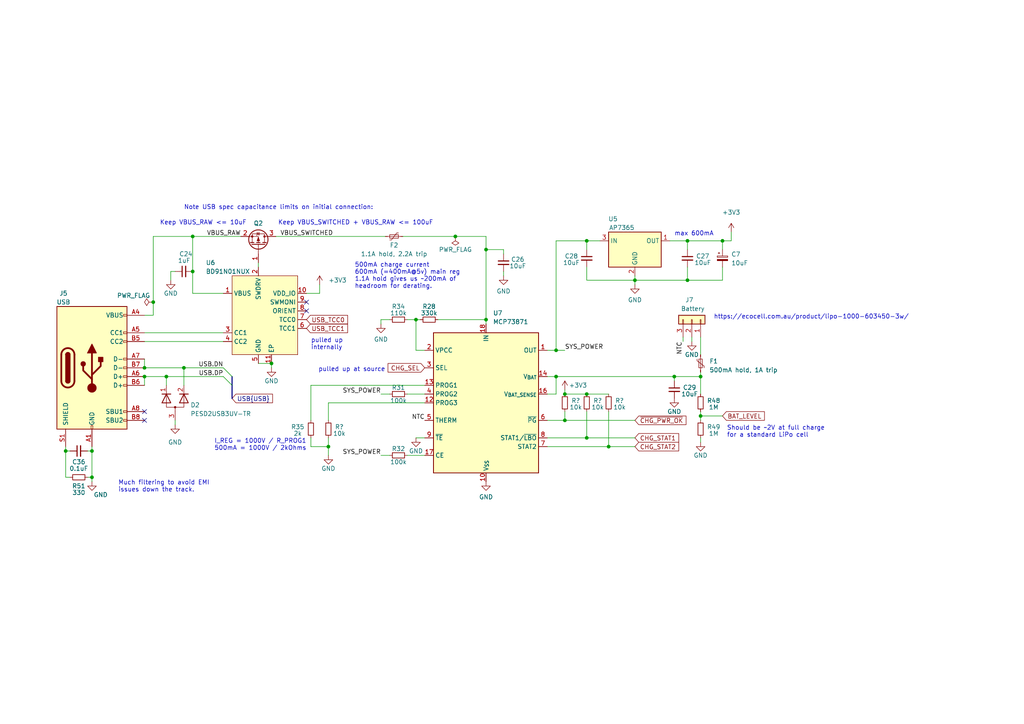
<source format=kicad_sch>
(kicad_sch (version 20230121) (generator eeschema)
  (paper "A4")
  (title_block (date "2022-09-04") (rev "1"))
  (lib_symbols
    (symbol "Battery_Management:MCP73871"
      (property "Reference" "U" (at -7.62 24.13 0))
      (property "Value" "MCP73871" (at -15.24 21.59 0))
      (symbol "MCP73871_0_1"
        (rectangle (start -15.24 20.32) (end 15.24 -20.32) (stroke (width 0.254)) (fill (type background)))
      )
      (symbol "MCP73871_1_1"
        (pin power_out line (at 17.78 15.24 180) (length 2.54) (name "OUT") (number "1"))
        (pin power_in line (at 0 -22.86 90) (length 2.54) (name "V_{SS}") (number "10"))
        (pin passive line (at 0 -22.86 90) (length 2.54) hide (name "V_{SS}") (number "11"))
        (pin bidirectional line (at -17.78 0 0) (length 2.54) (name "PROG3") (number "12"))
        (pin bidirectional line (at -17.78 5.08 0) (length 2.54) (name "PROG1") (number "13"))
        (pin power_out line (at 17.78 7.62 180) (length 2.54) (name "V_{BAT}") (number "14"))
        (pin passive line (at 17.78 7.62 180) (length 2.54) hide (name "V_{BAT}") (number "15"))
        (pin input line (at 17.78 2.54 180) (length 2.54) (name "V_{BAT_SENSE}") (number "16"))
        (pin input line (at -17.78 -15.24 0) (length 2.54) (name "CE") (number "17"))
        (pin power_in line (at 0 22.86 270) (length 2.54) (name "IN") (number "18"))
        (pin passive line (at 0 22.86 270) (length 2.54) hide (name "IN") (number "19"))
        (pin input line (at -17.78 15.24 0) (length 2.54) (name "VPCC") (number "2"))
        (pin passive line (at 17.78 15.24 180) (length 2.54) hide (name "OUT") (number "20"))
        (pin passive line (at 0 -22.86 90) (length 2.54) hide (name "V_{SS}") (number "21"))
        (pin input line (at -17.78 10.16 0) (length 2.54) (name "SEL") (number "3"))
        (pin input line (at -17.78 2.54 0) (length 2.54) (name "PROG2") (number "4"))
        (pin bidirectional line (at -17.78 -5.08 0) (length 2.54) (name "THERM") (number "5"))
        (pin open_collector line (at 17.78 -5.08 180) (length 2.54) (name "~{PG}") (number "6"))
        (pin open_collector line (at 17.78 -12.7 180) (length 2.54) (name "STAT2") (number "7"))
        (pin open_collector line (at 17.78 -10.16 180) (length 2.54) (name "STAT1/~{LBO}") (number "8"))
        (pin input line (at -17.78 -10.16 0) (length 2.54) (name "~{TE}") (number "9"))
      )
    )
    (symbol "Connector:USB_C_Receptacle_USB2.0" (pin_names (offset 1.016))
      (property "Reference" "J" (at -10.16 19.05 0))
      (property "Value" "USB_C_Receptacle_USB2.0" (at 19.05 19.05 0))
      (symbol "USB_C_Receptacle_USB2.0_0_0"
        (rectangle (start -0.254 -17.78) (end 0.254 -16.764))
        (rectangle (start 10.16 -14.986) (end 9.144 -15.494))
        (rectangle (start 10.16 -12.446) (end 9.144 -12.954))
        (rectangle (start 10.16 -4.826) (end 9.144 -5.334))
        (rectangle (start 10.16 -2.286) (end 9.144 -2.794))
        (rectangle (start 10.16 0.254) (end 9.144 -0.254))
        (rectangle (start 10.16 2.794) (end 9.144 2.286))
        (rectangle (start 10.16 7.874) (end 9.144 7.366))
        (rectangle (start 10.16 10.414) (end 9.144 9.906))
        (rectangle (start 10.16 15.494) (end 9.144 14.986))
      )
      (symbol "USB_C_Receptacle_USB2.0_0_1"
        (rectangle (start -10.16 17.78) (end 10.16 -17.78) (stroke (width 0.254)) (fill (type background)))
        (arc (start -8.89 -3.81) (mid -6.985 -5.7067) (end -5.08 -3.81) (stroke (width 0.508)))
        (arc (start -7.62 -3.81) (mid -6.985 -4.4423) (end -6.35 -3.81) (stroke (width 0.254)))
        (arc (start -7.62 -3.81) (mid -6.985 -4.4423) (end -6.35 -3.81) (stroke (width 0.254)) (fill (type outline)))
        (rectangle (start -7.62 -3.81) (end -6.35 3.81) (stroke (width 0.254)) (fill (type outline)))
        (arc (start -6.35 3.81) (mid -6.985 4.4423) (end -7.62 3.81) (stroke (width 0.254)))
        (arc (start -6.35 3.81) (mid -6.985 4.4423) (end -7.62 3.81) (stroke (width 0.254)) (fill (type outline)))
        (arc (start -5.08 3.81) (mid -6.985 5.7067) (end -8.89 3.81) (stroke (width 0.508)))
        (circle (center -2.54 1.143) (radius 0.635) (stroke (width 0.254)) (fill (type outline)))
        (circle (center 0 -5.842) (radius 1.27) (fill (type outline)))
        (polyline (pts (xy -8.89 -3.81) (xy -8.89 3.81)) (stroke (width 0.508)))
        (polyline (pts (xy -5.08 3.81) (xy -5.08 -3.81)) (stroke (width 0.508)))
        (polyline (pts (xy 0 -5.842) (xy 0 4.318)) (stroke (width 0.508)))
        (polyline (pts (xy 0 -3.302) (xy -2.54 -0.762) (xy -2.54 0.508)) (stroke (width 0.508)))
        (polyline (pts (xy 0 -2.032) (xy 2.54 0.508) (xy 2.54 1.778)) (stroke (width 0.508)))
        (polyline (pts (xy -1.27 4.318) (xy 0 6.858) (xy 1.27 4.318) (xy -1.27 4.318)) (stroke (width 0.254)) (fill (type outline)))
        (rectangle (start 1.905 1.778) (end 3.175 3.048) (stroke (width 0.254)) (fill (type outline)))
      )
      (symbol "USB_C_Receptacle_USB2.0_1_1"
        (pin passive line (at 0 -22.86 90) (length 5.08) (name "GND") (number "A1"))
        (pin passive line (at 0 -22.86 90) (length 5.08) hide (name "GND") (number "A12"))
        (pin passive line (at 15.24 15.24 180) (length 5.08) (name "VBUS") (number "A4"))
        (pin bidirectional line (at 15.24 10.16 180) (length 5.08) (name "CC1") (number "A5"))
        (pin bidirectional line (at 15.24 -2.54 180) (length 5.08) (name "D+") (number "A6"))
        (pin bidirectional line (at 15.24 2.54 180) (length 5.08) (name "D-") (number "A7"))
        (pin bidirectional line (at 15.24 -12.7 180) (length 5.08) (name "SBU1") (number "A8"))
        (pin passive line (at 15.24 15.24 180) (length 5.08) hide (name "VBUS") (number "A9"))
        (pin passive line (at 0 -22.86 90) (length 5.08) hide (name "GND") (number "B1"))
        (pin passive line (at 0 -22.86 90) (length 5.08) hide (name "GND") (number "B12"))
        (pin passive line (at 15.24 15.24 180) (length 5.08) hide (name "VBUS") (number "B4"))
        (pin bidirectional line (at 15.24 7.62 180) (length 5.08) (name "CC2") (number "B5"))
        (pin bidirectional line (at 15.24 -5.08 180) (length 5.08) (name "D+") (number "B6"))
        (pin bidirectional line (at 15.24 0 180) (length 5.08) (name "D-") (number "B7"))
        (pin bidirectional line (at 15.24 -15.24 180) (length 5.08) (name "SBU2") (number "B8"))
        (pin passive line (at 15.24 15.24 180) (length 5.08) hide (name "VBUS") (number "B9"))
        (pin passive line (at -7.62 -22.86 90) (length 5.08) (name "SHIELD") (number "S1"))
      )
    )
    (symbol "Connector_Generic:Conn_01x03" (pin_names (offset 1.016) hide)
      (property "Reference" "J" (at 0 5.08 0))
      (property "Value" "Conn_01x03" (at 0 -5.08 0))
      (symbol "Conn_01x03_1_1"
        (rectangle (start -1.27 -2.413) (end 0 -2.667) (stroke (width 0.1524)))
        (rectangle (start -1.27 0.127) (end 0 -0.127) (stroke (width 0.1524)))
        (rectangle (start -1.27 2.667) (end 0 2.413) (stroke (width 0.1524)))
        (rectangle (start -1.27 3.81) (end 1.27 -3.81) (stroke (width 0.254)) (fill (type background)))
        (pin passive line (at -5.08 2.54 0) (length 3.81) (name "Pin_1") (number "1"))
        (pin passive line (at -5.08 0 0) (length 3.81) (name "Pin_2") (number "2"))
        (pin passive line (at -5.08 -2.54 0) (length 3.81) (name "Pin_3") (number "3"))
      )
    )
    (symbol "Device:C_Polarized_Small" (pin_numbers hide) (pin_names (offset 0.254) hide)
      (property "Reference" "C" (at 0.254 1.778 0))
      (property "Value" "C_Polarized_Small" (at 0.254 -2.032 0))
      (symbol "C_Polarized_Small_0_1"
        (rectangle (start -1.524 -0.3048) (end 1.524 -0.6858) (fill (type outline)))
        (rectangle (start -1.524 0.6858) (end 1.524 0.3048))
        (polyline (pts (xy -1.27 1.524) (xy -0.762 1.524)))
        (polyline (pts (xy -1.016 1.27) (xy -1.016 1.778)))
      )
      (symbol "C_Polarized_Small_1_1"
        (pin passive line (at 0 2.54 270) (length 1.8542) (name "~") (number "1"))
        (pin passive line (at 0 -2.54 90) (length 1.8542) (name "~") (number "2"))
      )
    )
    (symbol "Device:C_Small" (pin_numbers hide) (pin_names (offset 0.254) hide)
      (property "Reference" "C" (at 0.254 1.778 0))
      (property "Value" "C_Small" (at 0.254 -2.032 0))
      (symbol "C_Small_0_1"
        (polyline (pts (xy -1.524 -0.508) (xy 1.524 -0.508)) (stroke (width 0.3302)))
        (polyline (pts (xy -1.524 0.508) (xy 1.524 0.508)) (stroke (width 0.3048)))
      )
      (symbol "C_Small_1_1"
        (pin passive line (at 0 2.54 270) (length 2.032) (name "~") (number "1"))
        (pin passive line (at 0 -2.54 90) (length 2.032) (name "~") (number "2"))
      )
    )
    (symbol "Device:D_Dual_CommonAnode_KKA_Parallel" (pin_names (offset 0.762) hide)
      (property "Reference" "D" (at 0 5.08 0))
      (property "Value" "D_Dual_CommonAnode_KKA_Parallel" (at 0 -5.08 0))
      (symbol "D_Dual_CommonAnode_KKA_Parallel_0_0"
        (polyline (pts (xy 2.54 -3.81) (xy 2.54 -1.27)) (stroke (width 0.254)))
        (polyline (pts (xy 2.54 1.27) (xy 2.54 3.81)) (stroke (width 0.254)))
      )
      (symbol "D_Dual_CommonAnode_KKA_Parallel_0_1"
        (circle (center -1.27 0) (radius 0.254) (fill (type outline)))
        (polyline (pts (xy -1.27 0) (xy -2.54 0)))
        (polyline (pts (xy 2.54 2.54) (xy -1.27 2.54) (xy -1.27 -2.54) (xy 2.54 -2.54)))
        (polyline (pts (xy 0 -1.27) (xy 2.54 -2.54) (xy 0 -3.81) (xy 0 -1.27) (xy 0 -1.27) (xy 0 -1.27)) (stroke (width 0.254)))
        (polyline (pts (xy 0 3.81) (xy 2.54 2.54) (xy 0 1.27) (xy 0 3.81) (xy 0 3.81) (xy 0 3.81)) (stroke (width 0.254)))
        (pin passive line (at 5.08 2.54 180) (length 2.54) (name "K") (number "1"))
        (pin passive line (at 5.08 -2.54 180) (length 2.54) (name "K") (number "2"))
        (pin passive line (at -5.08 0 0) (length 2.54) (name "A") (number "3"))
      )
    )
    (symbol "Device:Polyfuse_Small" (pin_numbers hide) (pin_names (offset 0))
      (property "Reference" "F" (at -1.905 0 90))
      (property "Value" "Polyfuse_Small" (at 1.905 0 90))
      (symbol "Polyfuse_Small_0_1"
        (rectangle (start -0.508 1.27) (end 0.508 -1.27))
        (polyline (pts (xy 0 2.54) (xy 0 -2.54)))
        (polyline (pts (xy -1.016 1.27) (xy -1.016 0.762) (xy 1.016 -0.762) (xy 1.016 -1.27)))
      )
      (symbol "Polyfuse_Small_1_1"
        (pin passive line (at 0 2.54 270) (length 0.635) (name "~") (number "1"))
        (pin passive line (at 0 -2.54 90) (length 0.635) (name "~") (number "2"))
      )
    )
    (symbol "Device:Q_PMOS_GSD" (pin_names (offset 0) hide)
      (property "Reference" "Q" (at 5.08 1.27 0))
      (property "Value" "Q_PMOS_GSD" (at 5.08 -1.27 0))
      (symbol "Q_PMOS_GSD_0_1"
        (polyline (pts (xy 0.254 0) (xy -2.54 0)))
        (polyline (pts (xy 0.254 1.905) (xy 0.254 -1.905)) (stroke (width 0.254)))
        (polyline (pts (xy 0.762 -1.27) (xy 0.762 -2.286)) (stroke (width 0.254)))
        (polyline (pts (xy 0.762 0.508) (xy 0.762 -0.508)) (stroke (width 0.254)))
        (polyline (pts (xy 0.762 2.286) (xy 0.762 1.27)) (stroke (width 0.254)))
        (polyline (pts (xy 2.54 2.54) (xy 2.54 1.778)))
        (polyline (pts (xy 2.54 -2.54) (xy 2.54 0) (xy 0.762 0)))
        (polyline (pts (xy 0.762 1.778) (xy 3.302 1.778) (xy 3.302 -1.778) (xy 0.762 -1.778)))
        (polyline (pts (xy 2.286 0) (xy 1.27 0.381) (xy 1.27 -0.381) (xy 2.286 0)) (fill (type outline)))
        (polyline (pts (xy 2.794 -0.508) (xy 2.921 -0.381) (xy 3.683 -0.381) (xy 3.81 -0.254)))
        (polyline (pts (xy 3.302 -0.381) (xy 2.921 0.254) (xy 3.683 0.254) (xy 3.302 -0.381)))
        (circle (center 1.651 0) (radius 2.794) (stroke (width 0.254)))
        (circle (center 2.54 -1.778) (radius 0.254) (fill (type outline)))
        (circle (center 2.54 1.778) (radius 0.254) (fill (type outline)))
      )
      (symbol "Q_PMOS_GSD_1_1"
        (pin input line (at -5.08 0 0) (length 2.54) (name "G") (number "1"))
        (pin passive line (at 2.54 -5.08 90) (length 2.54) (name "S") (number "2"))
        (pin passive line (at 2.54 5.08 270) (length 2.54) (name "D") (number "3"))
      )
    )
    (symbol "Device:R_Small" (pin_numbers hide) (pin_names (offset 0.254) hide)
      (property "Reference" "R" (at 0.762 0.508 0))
      (property "Value" "R_Small" (at 0.762 -1.016 0))
      (symbol "R_Small_0_1"
        (rectangle (start -0.762 1.778) (end 0.762 -1.778) (stroke (width 0.2032)))
      )
      (symbol "R_Small_1_1"
        (pin passive line (at 0 2.54 270) (length 0.762) (name "~") (number "1"))
        (pin passive line (at 0 -2.54 90) (length 0.762) (name "~") (number "2"))
      )
    )
    (symbol "power:+3V3" (power) (pin_names (offset 0))
      (property "Value" "+3V3" (at 0 3.556 0))
      (symbol "+3V3_0_1"
        (polyline (pts (xy -0.762 1.27) (xy 0 2.54)))
        (polyline (pts (xy 0 0) (xy 0 2.54)))
        (polyline (pts (xy 0 2.54) (xy 0.762 1.27)))
      )
      (symbol "+3V3_1_1"
        (pin power_in line (at 0 0 90) (length 0) hide (name "+3V3") (number "1"))
      )
    )
    (symbol "power:GND" (power) (pin_names (offset 0))
      (property "Value" "GND" (at 0 -3.81 0))
      (symbol "GND_0_1"
        (polyline (pts (xy 0 0) (xy 0 -1.27) (xy 1.27 -1.27) (xy 0 -2.54) (xy -1.27 -1.27) (xy 0 -1.27)))
      )
      (symbol "GND_1_1"
        (pin power_in line (at 0 0 270) (length 0) hide (name "GND") (number "1"))
      )
    )
    (symbol "power:PWR_FLAG" (power) (pin_numbers hide) (pin_names (offset 0) hide)
      (property "Value" "PWR_FLAG" (at 0 3.81 0))
      (symbol "PWR_FLAG_0_0"
        (pin power_out line (at 0 0 90) (length 0) (name "pwr") (number "1"))
      )
      (symbol "PWR_FLAG_0_1"
        (polyline (pts (xy 0 0) (xy 0 1.27) (xy -1.016 1.905) (xy 0 2.54) (xy 1.016 1.905) (xy 0 1.27)))
      )
    )
    (symbol "symbols:AP7365"
      (property "Reference" "U" (at 0 0 0))
      (symbol "AP7365_1_1"
        (rectangle (start -7.62 3.81) (end 7.62 -6.35) (stroke (width 0.254)) (fill (type background)))
        (pin power_out line (at 10.16 1.27 180) (length 2.54) (name "OUT") (number "1"))
        (pin power_in line (at 0 -8.89 90) (length 2.54) (name "GND") (number "2"))
        (pin power_in line (at -10.16 1.27 0) (length 2.54) (name "IN") (number "3"))
      )
    )
    (symbol "symbols:BD91N01NUX"
      (property "Reference" "U" (at 0 13.97 0))
      (property "Value" "BD91N01NUX" (at 5.08 16.51 0))
      (symbol "BD91N01NUX_0_1"
        (rectangle (start -12.7 12.7) (end 6.35 -10.16) (fill (type background)))
      )
      (symbol "BD91N01NUX_1_1"
        (pin power_in line (at -15.24 7.62 0) (length 2.54) (name "VBUS") (number "1"))
        (pin power_in line (at 8.89 7.62 180) (length 2.54) (name "VDD_IO") (number "10"))
        (pin power_in line (at -1.27 -12.7 90) (length 2.54) (name "EP") (number "11"))
        (pin output line (at -5.08 15.24 270) (length 2.54) (name "SWDRV") (number "2"))
        (pin input line (at -15.24 -3.81 0) (length 2.54) (name "CC1") (number "3"))
        (pin input line (at -15.24 -6.35 0) (length 2.54) (name "CC2") (number "4"))
        (pin power_in line (at -5.08 -12.7 90) (length 2.54) (name "GND") (number "5"))
        (pin output line (at 8.89 -2.54 180) (length 2.54) (name "TCC1") (number "6"))
        (pin output line (at 8.89 0 180) (length 2.54) (name "TCC0") (number "7"))
        (pin output line (at 8.89 2.54 180) (length 2.54) (name "ORIENT") (number "8"))
        (pin output line (at 8.89 5.08 180) (length 2.54) (name "SWMONI") (number "9"))
      )
    )
  )
  (junction (at 203.2 120.65))
  (junction (at 55.88 78.74))
  (junction (at 19.05 130.81))
  (junction (at 161.29 109.22))
  (junction (at 209.55 69.85))
  (junction (at 195.58 109.22))
  (junction (at 199.39 81.28))
  (junction (at 163.83 121.92))
  (junction (at 170.18 127))
  (junction (at 199.39 69.85))
  (junction (at 176.53 129.54))
  (junction (at 41.91 106.68))
  (junction (at 26.67 130.81))
  (junction (at 26.67 138.43))
  (junction (at 44.45 87.63))
  (junction (at 170.18 69.85))
  (junction (at 140.97 92.71))
  (junction (at 203.2 109.22))
  (junction (at 161.29 101.6))
  (junction (at 41.91 109.22))
  (junction (at 120.65 92.71))
  (junction (at 78.74 105.41))
  (junction (at 53.34 106.68))
  (junction (at 170.18 114.3))
  (junction (at 184.15 81.28))
  (junction (at 55.88 68.58))
  (junction (at 48.26 109.22))
  (junction (at 163.83 114.3))
  (junction (at 132.08 68.58))
  (junction (at 140.97 72.39))
  (junction (at 95.25 129.54))
  (no_connect (at 88.9 87.63))
  (no_connect (at 88.9 90.17))
  (no_connect (at 41.91 119.38))
  (no_connect (at 41.91 121.92))
  (bus_entry (at 64.77 106.68) (size 2.54 2.54))
  (bus_entry (at 64.77 109.22) (size 2.54 2.54))
  (wire (pts (xy 19.05 130.81) (xy 19.05 138.43)))
  (wire (pts (xy 55.88 85.09) (xy 55.88 78.74)))
  (wire (pts (xy 199.39 72.39) (xy 199.39 69.85)))
  (wire (pts (xy 110.49 132.08) (xy 113.03 132.08)))
  (wire (pts (xy 44.45 68.58) (xy 44.45 87.63)))
  (wire (pts (xy 161.29 69.85) (xy 170.18 69.85)))
  (wire (pts (xy 113.03 92.71) (xy 110.49 92.71)))
  (wire (pts (xy 50.8 123.19) (xy 50.8 121.92)))
  (wire (pts (xy 203.2 107.95) (xy 203.2 109.22)))
  (wire (pts (xy 199.39 81.28) (xy 184.15 81.28)))
  (wire (pts (xy 158.75 127) (xy 170.18 127)))
  (wire (pts (xy 127 92.71) (xy 140.97 92.71)))
  (wire (pts (xy 203.2 109.22) (xy 203.2 114.3)))
  (wire (pts (xy 120.65 101.6) (xy 120.65 92.71)))
  (wire (pts (xy 163.83 119.38) (xy 163.83 121.92)))
  (wire (pts (xy 26.67 129.54) (xy 26.67 130.81)))
  (wire (pts (xy 95.25 129.54) (xy 95.25 132.08)))
  (wire (pts (xy 123.19 101.6) (xy 120.65 101.6)))
  (wire (pts (xy 41.91 99.06) (xy 64.77 99.06)))
  (wire (pts (xy 132.08 68.58) (xy 140.97 68.58)))
  (wire (pts (xy 170.18 81.28) (xy 184.15 81.28)))
  (wire (pts (xy 116.84 68.58) (xy 132.08 68.58)))
  (bus (pts (xy 67.31 111.76) (xy 67.31 115.57)))
  (wire (pts (xy 95.25 127) (xy 95.25 129.54)))
  (wire (pts (xy 198.12 99.06) (xy 198.12 97.79)))
  (wire (pts (xy 158.75 129.54) (xy 176.53 129.54)))
  (wire (pts (xy 200.66 97.79) (xy 200.66 99.06)))
  (wire (pts (xy 74.93 76.2) (xy 74.93 77.47)))
  (wire (pts (xy 170.18 72.39) (xy 170.18 69.85)))
  (wire (pts (xy 26.67 130.81) (xy 26.67 138.43)))
  (wire (pts (xy 88.9 85.09) (xy 92.71 85.09)))
  (wire (pts (xy 123.19 132.08) (xy 118.11 132.08)))
  (wire (pts (xy 140.97 72.39) (xy 140.97 92.71)))
  (wire (pts (xy 53.34 106.68) (xy 64.77 106.68)))
  (wire (pts (xy 120.65 127) (xy 123.19 127)))
  (wire (pts (xy 48.26 109.22) (xy 48.26 111.76)))
  (wire (pts (xy 209.55 69.85) (xy 209.55 72.39)))
  (wire (pts (xy 49.53 78.74) (xy 49.53 81.28)))
  (wire (pts (xy 203.2 127) (xy 203.2 128.27)))
  (wire (pts (xy 184.15 81.28) (xy 184.15 80.01)))
  (wire (pts (xy 74.93 105.41) (xy 78.74 105.41)))
  (wire (pts (xy 41.91 106.68) (xy 53.34 106.68)))
  (wire (pts (xy 209.55 69.85) (xy 212.09 69.85)))
  (wire (pts (xy 41.91 109.22) (xy 48.26 109.22)))
  (wire (pts (xy 123.19 116.84) (xy 95.25 116.84)))
  (wire (pts (xy 55.88 68.58) (xy 69.85 68.58)))
  (wire (pts (xy 184.15 82.55) (xy 184.15 81.28)))
  (wire (pts (xy 44.45 68.58) (xy 55.88 68.58)))
  (wire (pts (xy 170.18 69.85) (xy 173.99 69.85)))
  (wire (pts (xy 170.18 127) (xy 184.15 127)))
  (wire (pts (xy 110.49 92.71) (xy 110.49 93.98)))
  (wire (pts (xy 170.18 114.3) (xy 176.53 114.3)))
  (wire (pts (xy 195.58 109.22) (xy 203.2 109.22)))
  (wire (pts (xy 163.83 113.03) (xy 163.83 114.3)))
  (wire (pts (xy 146.05 73.66) (xy 146.05 72.39)))
  (wire (pts (xy 19.05 138.43) (xy 20.32 138.43)))
  (wire (pts (xy 41.91 96.52) (xy 64.77 96.52)))
  (wire (pts (xy 161.29 114.3) (xy 161.29 109.22)))
  (wire (pts (xy 41.91 91.44) (xy 44.45 91.44)))
  (wire (pts (xy 194.31 69.85) (xy 199.39 69.85)))
  (wire (pts (xy 48.26 109.22) (xy 64.77 109.22)))
  (wire (pts (xy 158.75 121.92) (xy 163.83 121.92)))
  (wire (pts (xy 95.25 116.84) (xy 95.25 121.92)))
  (wire (pts (xy 199.39 77.47) (xy 199.39 81.28)))
  (wire (pts (xy 118.11 114.3) (xy 123.19 114.3)))
  (wire (pts (xy 44.45 87.63) (xy 44.45 91.44)))
  (wire (pts (xy 41.91 106.68) (xy 41.91 104.14)))
  (wire (pts (xy 80.01 68.58) (xy 111.76 68.58)))
  (wire (pts (xy 92.71 85.09) (xy 92.71 82.55)))
  (wire (pts (xy 170.18 77.47) (xy 170.18 81.28)))
  (wire (pts (xy 146.05 72.39) (xy 140.97 72.39)))
  (wire (pts (xy 140.97 92.71) (xy 140.97 93.98)))
  (wire (pts (xy 55.88 68.58) (xy 55.88 78.74)))
  (wire (pts (xy 203.2 120.65) (xy 203.2 119.38)))
  (wire (pts (xy 212.09 67.31) (xy 212.09 69.85)))
  (wire (pts (xy 158.75 114.3) (xy 161.29 114.3)))
  (wire (pts (xy 90.17 127) (xy 90.17 129.54)))
  (wire (pts (xy 161.29 69.85) (xy 161.29 101.6)))
  (wire (pts (xy 161.29 109.22) (xy 195.58 109.22)))
  (wire (pts (xy 19.05 129.54) (xy 19.05 130.81)))
  (wire (pts (xy 203.2 120.65) (xy 209.55 120.65)))
  (wire (pts (xy 123.19 111.76) (xy 90.17 111.76)))
  (wire (pts (xy 120.65 92.71) (xy 121.92 92.71)))
  (wire (pts (xy 199.39 69.85) (xy 209.55 69.85)))
  (wire (pts (xy 203.2 121.92) (xy 203.2 120.65)))
  (wire (pts (xy 146.05 78.74) (xy 146.05 80.01)))
  (wire (pts (xy 199.39 81.28) (xy 209.55 81.28)))
  (wire (pts (xy 161.29 101.6) (xy 163.83 101.6)))
  (wire (pts (xy 78.74 105.41) (xy 78.74 106.68)))
  (wire (pts (xy 158.75 101.6) (xy 161.29 101.6)))
  (wire (pts (xy 170.18 119.38) (xy 170.18 127)))
  (wire (pts (xy 53.34 106.68) (xy 53.34 111.76)))
  (bus (pts (xy 67.31 109.22) (xy 67.31 111.76)))
  (wire (pts (xy 140.97 68.58) (xy 140.97 72.39)))
  (wire (pts (xy 26.67 138.43) (xy 26.67 139.7)))
  (wire (pts (xy 176.53 129.54) (xy 184.15 129.54)))
  (wire (pts (xy 203.2 97.79) (xy 203.2 102.87)))
  (wire (pts (xy 163.83 121.92) (xy 184.15 121.92)))
  (wire (pts (xy 110.49 114.3) (xy 113.03 114.3)))
  (wire (pts (xy 90.17 129.54) (xy 95.25 129.54)))
  (wire (pts (xy 195.58 109.22) (xy 195.58 110.49)))
  (wire (pts (xy 163.83 114.3) (xy 170.18 114.3)))
  (wire (pts (xy 50.8 78.74) (xy 49.53 78.74)))
  (wire (pts (xy 176.53 119.38) (xy 176.53 129.54)))
  (wire (pts (xy 19.05 130.81) (xy 20.32 130.81)))
  (wire (pts (xy 25.4 130.81) (xy 26.67 130.81)))
  (wire (pts (xy 90.17 111.76) (xy 90.17 121.92)))
  (wire (pts (xy 118.11 92.71) (xy 120.65 92.71)))
  (wire (pts (xy 25.4 138.43) (xy 26.67 138.43)))
  (wire (pts (xy 64.77 85.09) (xy 55.88 85.09)))
  (wire (pts (xy 209.55 77.47) (xy 209.55 81.28)))
  (wire (pts (xy 158.75 109.22) (xy 161.29 109.22)))
  (wire (pts (xy 41.91 109.22) (xy 41.91 111.76)))
  (text "https://ecocell.com.au/product/lipo-1000-603450-3w/" (at 207.01 92.71 0) (effects (font (size 1.27 1.27)) (justify left bottom)))
  (text "max 600mA" (at 195.58 68.58 0) (effects (font (size 1.27 1.27)) (justify left bottom)))
  (text "500mA charge current\n600mA (=400mA@5v) main reg\n1.1A hold gives us ~200mA of\nheadroom for derating." (at 102.87 83.82 0) (effects (font (size 1.27 1.27)) (justify left bottom)))
  (text "pulled up\ninternally" (at 90.17 101.6 0) (effects (font (size 1.27 1.27)) (justify left bottom)))
  (text "Should be ~2V at full charge\nfor a standard LiPo cell" (at 210.82 127 0) (effects (font (size 1.27 1.27)) (justify left bottom)))
  (text "Much filtering to avoid EMI\nissues down the track." (at 34.29 142.875 0) (effects (font (size 1.27 1.27)) (justify left bottom)))
  (text "pulled up at source" (at 111.76 107.95 0) (effects (font (size 1.27 1.27)) (justify right bottom)))
  (text "I_REG = 1000V / R_PROG1\n500mA = 1000V / 2kOhms" (at 88.9 130.81 0) (effects (font (size 1.27 1.27)) (justify right bottom)))
  (text "Keep VBUS_RAW <= 10uF" (at 46.355 65.405 0) (effects (font (size 1.27 1.27)) (justify left bottom)))
  (text "Keep VBUS_SWITCHED + VBUS_RAW <= 100uF" (at 80.645 65.405 0) (effects (font (size 1.27 1.27)) (justify left bottom)))
  (text "Note USB spec capacitance limits on initial connection:" (at 53.34 60.96 0) (effects (font (size 1.27 1.27)) (justify left bottom)))
  (label "SYS_POWER" (at 110.49 132.08 180))
  (label "VBUS_RAW" (at 69.85 68.58 180))
  (label "NTC" (at 123.19 121.92 180))
  (label "USB.DP" (at 64.77 109.22 180))
  (label "VBUS_SWITCHED" (at 81.28 68.58 0))
  (label "SYS_POWER" (at 110.49 114.3 180))
  (label "SYS_POWER" (at 163.83 101.6 0))
  (label "NTC" (at 198.12 99.06 270))
  (label "USB.DN" (at 64.77 106.68 180))
  (global_label "~{CHG_PWR_OK}" (shape input) (at 184.15 121.92 0) (property "Intersheetrefs" "${INTERSHEET_REFS}" (effects hide)))
  (global_label "CHG_STAT2" (shape input) (at 184.15 129.54 0) (property "Intersheetrefs" "${INTERSHEET_REFS}" (effects hide)))
  (global_label "USB_TCC0" (shape input) (at 88.9 92.71 0) (property "Intersheetrefs" "${INTERSHEET_REFS}" (effects hide)))
  (global_label "USB_TCC1" (shape input) (at 88.9 95.25 0) (property "Intersheetrefs" "${INTERSHEET_REFS}" (effects hide)))
  (global_label "CHG_SEL" (shape input) (at 123.19 106.68 180) (property "Intersheetrefs" "${INTERSHEET_REFS}" (effects hide)))
  (global_label "CHG_STAT1" (shape input) (at 184.15 127 0) (property "Intersheetrefs" "${INTERSHEET_REFS}" (effects hide)))
  (global_label "BAT_LEVEL" (shape input) (at 209.55 120.65 0) (property "Intersheetrefs" "${INTERSHEET_REFS}" (effects hide)))
  (global_label "USB{USB}" (shape input) (at 67.31 115.57 0) (property "Intersheetrefs" "${INTERSHEET_REFS}" (effects hide)))
  (symbol (lib_id "Device:R_Small") (at 203.2 124.46 0) (unit 1)
    (property "Reference" "R49" (at 207.01 123.825 0))
    (property "Value" "1M" (at 207.01 125.73 0))
    (property "Footprint" "Resistor_SMD:R_0603_1608Metric" (effects hide))
    (property "MPN" "AC0603FR-131ML" (effects hide))
  )
  (symbol (lib_id "symbols:BD91N01NUX") (at 80.01 92.71 0) (unit 1)
    (property "Reference" "U6" (at 59.69 76.2 0) (effects (justify left)))
    (property "Value" "BD91N01NUX" (at 59.69 78.74 0) (effects (justify left)))
    (property "Footprint" "footprints:BD91N01NUX-E2" (effects hide))
    (property "MPN" "BD91N01NUX" (effects hide))
  )
  (symbol (lib_id "power:GND") (at 49.53 81.28 0) (unit 1)
    (property "Reference" "#PWR0202" (effects hide))
    (property "Value" "GND" (at 49.53 85.09 0))
  )
  (symbol (lib_id "power:+3V3") (at 163.83 113.03 0) (unit 1)
    (property "Reference" "#PWR0124" (effects hide))
    (property "Value" "+3V3" (at 167.64 111.76 0))
    (instances (project "gay-ipod" (path "" (reference "#PWR0124") (unit 1)) (path "" (reference "#PWR04") (unit 1))))
  )
  (symbol (lib_id "power:+3V3") (at 212.09 67.31 0) (unit 1)
    (property "Reference" "#PWR0217" (effects hide))
    (property "Value" "+3V3" (at 212.09 61.595 0))
  )
  (symbol (lib_id "Device:R_Small") (at 95.25 124.46 0) (unit 1)
    (property "Reference" "R?" (at 98.425 123.825 0))
    (property "Value" "10k" (at 98.425 125.73 0))
    (property "Footprint" "Resistor_SMD:R_0603_1608Metric" (effects hide))
    (property "MPN" "AC0603JR-0710KL" (effects hide))
    (instances (project "gay-ipod" (path "" (reference "R?") (unit 1)) (path "" (reference "R23") (unit 1)) (path "" (reference "R36") (unit 1))))
  )
  (symbol (lib_id "Device:C_Small") (at 170.18 74.93 0) (unit 1)
    (property "Reference" "C28" (at 165.735 74.295 0))
    (property "Value" "10uF" (at 165.735 76.2 0))
    (property "Footprint" "Capacitor_SMD:C_0805_2012Metric" (effects hide))
    (property "MPN" "EMK212ABJ106KG-T" (effects hide))
  )
  (symbol (lib_id "Device:R_Small") (at 115.57 132.08 90) (unit 1)
    (property "Reference" "R32" (at 115.57 130.175 90))
    (property "Value" "100k" (at 115.57 133.985 90))
    (property "Footprint" "Resistor_SMD:R_0603_1608Metric" (effects hide))
    (property "MPN" "RC0603JR-10100KL" (effects hide))
  )
  (symbol (lib_id "power:GND") (at 200.66 99.06 0) (unit 1)
    (property "Reference" "#PWR0213" (effects hide))
    (property "Value" "GND" (at 200.66 102.87 0))
  )
  (symbol (lib_id "Device:C_Small") (at 195.58 113.03 0) (mirror y) (unit 1)
    (property "Reference" "C29" (at 200.025 112.395 0))
    (property "Value" "10uF" (at 200.025 114.3 0))
    (property "Footprint" "Capacitor_SMD:C_0805_2012Metric" (effects hide))
    (property "MPN" "EMK212ABJ106KG-T" (effects hide))
  )
  (symbol (lib_id "Device:D_Dual_CommonAnode_KKA_Parallel") (at 50.8 116.84 90) (unit 1)
    (property "Reference" "D2" (at 55.245 117.475 90) (effects (justify right)))
    (property "Value" "PESD2USB3UV-TR" (at 55.245 120.015 90) (effects (justify right)))
    (property "Footprint" "Package_TO_SOT_SMD:SOT-23" (effects hide))
    (property "MPN" "PESD2USB3UV-TR" (effects hide))
  )
  (symbol (lib_id "Battery_Management:MCP73871") (at 140.97 116.84 0) (unit 1)
    (property "Reference" "U7" (at 142.9894 90.805 0) (effects (justify left)))
    (property "Value" "MCP73871" (at 142.9894 93.345 0) (effects (justify left)))
    (property "Footprint" "Package_DFN_QFN:QFN-20-1EP_4x4mm_P0.5mm_EP2.5x2.5mm" (effects hide))
    (property "Datasheet" "http://www.mouser.com/ds/2/268/22090a-52174.pdf" (effects hide))
    (property "MPN" "MCP73871" (effects hide))
  )
  (symbol (lib_id "power:PWR_FLAG") (at 132.08 68.58 180) (unit 1)
    (property "Reference" "#FLG0202" (effects hide))
    (property "Value" "PWR_FLAG" (at 132.08 72.39 0))
  )
  (symbol (lib_id "power:GND") (at 50.8 123.19 0) (unit 1)
    (property "Reference" "#PWR0203" (effects hide))
    (property "Value" "GND" (at 50.8 128.27 0))
  )
  (symbol (lib_id "power:GND") (at 26.67 139.7 0) (unit 1)
    (property "Reference" "#PWR0201" (effects hide))
    (property "Value" "GND" (at 29.21 143.51 0))
  )
  (symbol (lib_id "power:GND") (at 120.65 127 0) (unit 1)
    (property "Reference" "#PWR0208" (effects hide))
    (property "Value" "GND" (at 120.65 130.81 0))
  )
  (symbol (lib_id "Device:R_Small") (at 203.2 116.84 0) (unit 1)
    (property "Reference" "R48" (at 207.01 116.205 0))
    (property "Value" "1M" (at 207.01 118.11 0))
    (property "Footprint" "Resistor_SMD:R_0603_1608Metric" (effects hide))
    (property "MPN" "AC0603FR-131ML" (effects hide))
  )
  (symbol (lib_id "Device:R_Small") (at 90.17 124.46 0) (mirror y) (unit 1)
    (property "Reference" "R35" (at 86.36 123.825 0))
    (property "Value" "2k" (at 86.36 125.73 0))
    (property "Footprint" "Resistor_SMD:R_0603_1608Metric" (effects hide))
    (property "MPN" "RC0603JR-072KL" (effects hide))
  )
  (symbol (lib_id "Device:C_Polarized_Small") (at 209.55 74.93 0) (unit 1)
    (property "Reference" "C7" (at 212.09 73.7489 0) (effects (justify left)))
    (property "Value" "10uF" (at 212.09 76.2889 0) (effects (justify left)))
    (property "Footprint" "Capacitor_Tantalum_SMD:CP_EIA-3216-18_Kemet-A" (effects hide))
    (property "MPN" "TCJA106M020R0150 " (effects hide))
    (instances (project "gay-ipod" (path "" (reference "C7") (unit 1)) (path "" (reference "C25") (unit 1))))
  )
  (symbol (lib_id "Device:C_Small") (at 146.05 76.2 0) (mirror y) (unit 1)
    (property "Reference" "C26" (at 150.1775 75.2475 0))
    (property "Value" "10uF" (at 150.1775 77.1525 0))
    (property "Footprint" "Capacitor_SMD:C_0805_2012Metric" (effects hide))
    (property "MPN" "EMK212ABJ106KG-T" (effects hide))
  )
  (symbol (lib_id "Device:R_Small") (at 115.57 114.3 90) (unit 1)
    (property "Reference" "R31" (at 115.57 112.395 90))
    (property "Value" "100k" (at 115.57 116.205 90))
    (property "Footprint" "Resistor_SMD:R_0603_1608Metric" (effects hide))
    (property "MPN" "RC0603JR-10100KL" (effects hide))
  )
  (symbol (lib_id "power:+3V3") (at 92.71 82.55 0) (unit 1)
    (property "Reference" "#PWR0205" (effects hide))
    (property "Value" "+3V3" (at 95.25 81.2799 0) (effects (justify left)))
  )
  (symbol (lib_id "Device:R_Small") (at 115.57 92.71 90) (unit 1)
    (property "Reference" "R34" (at 115.57 88.9 90))
    (property "Value" "110k" (at 115.57 90.805 90))
    (property "Footprint" "Resistor_SMD:R_0603_1608Metric" (effects hide))
    (property "MPN" "AC0603FR-07110KL" (effects hide))
  )
  (symbol (lib_id "power:GND") (at 78.74 106.68 0) (unit 1)
    (property "Reference" "#PWR0204" (effects hide))
    (property "Value" "GND" (at 78.74 110.49 0))
  )
  (symbol (lib_id "Device:Polyfuse_Small") (at 203.2 105.41 0) (unit 1)
    (property "Reference" "F1" (at 205.74 104.775 0) (effects (justify left)))
    (property "Value" "500mA hold, 1A trip" (at 205.74 107.315 0) (effects (justify left)))
    (property "Footprint" "Fuse:Fuse_1206_3216Metric" (effects hide))
    (property "MPN" "SMD1206B050TF" (effects hide))
  )
  (symbol (lib_id "Device:Q_PMOS_GSD") (at 74.93 71.12 270) (mirror x) (unit 1)
    (property "Reference" "Q2" (at 74.93 64.77 90))
    (property "Value" "PMV48XPA2R" (effects hide))
    (property "Footprint" "Package_TO_SOT_SMD:TSOT-23" (effects hide))
    (property "MPN" "PMV48XPA2R" (effects hide))
  )
  (symbol (lib_id "Device:Polyfuse_Small") (at 114.3 68.58 270) (unit 1)
    (property "Reference" "F2" (at 114.3 71.12 90))
    (property "Value" "1.1A hold, 2.2A trip" (at 114.3 73.66 90))
    (property "Footprint" "Fuse:Fuse_1206_3216Metric" (effects hide))
    (property "MPN" "SMD1206B110TFT" (effects hide))
  )
  (symbol (lib_id "Device:R_Small") (at 170.18 116.84 0) (unit 1)
    (property "Reference" "R?" (at 173.355 116.205 0))
    (property "Value" "10k" (at 173.355 118.11 0))
    (property "Footprint" "Resistor_SMD:R_0603_1608Metric" (effects hide))
    (property "MPN" "AC0603JR-0710KL" (effects hide))
    (instances (project "gay-ipod" (path "" (reference "R?") (unit 1)) (path "" (reference "R23") (unit 1)) (path "" (reference "R30") (unit 1))))
  )
  (symbol (lib_id "power:GND") (at 95.25 132.08 0) (unit 1)
    (property "Reference" "#PWR0206" (effects hide))
    (property "Value" "GND" (at 95.25 135.89 0))
  )
  (symbol (lib_id "power:GND") (at 195.58 115.57 0) (mirror y) (unit 1)
    (property "Reference" "#PWR0211" (effects hide))
    (property "Value" "GND" (at 195.58 119.38 0))
  )
  (symbol (lib_id "power:PWR_FLAG") (at 44.45 87.63 90) (unit 1)
    (property "Reference" "#FLG0201" (effects hide))
    (property "Value" "PWR_FLAG" (at 38.735 85.725 90))
  )
  (symbol (lib_id "symbols:AP7365") (at 184.15 71.12 0) (unit 1)
    (property "Reference" "U5" (at 177.8 63.5 0))
    (property "Value" "AP7365" (at 180.34 66.04 0))
    (property "Footprint" "Package_TO_SOT_SMD:SOT-89-3" (effects hide))
    (property "MPN" "AP7365-33YG-13 " (effects hide))
  )
  (symbol (lib_id "power:GND") (at 184.15 82.55 0) (unit 1)
    (property "Reference" "#PWR01" (effects hide))
    (property "Value" "GND" (at 184.15 86.995 0))
  )
  (symbol (lib_id "Device:C_Small") (at 22.86 130.81 90) (unit 1)
    (property "Reference" "C36" (at 22.86 133.985 90))
    (property "Value" "0.1uF" (at 22.86 135.89 90))
    (property "Footprint" "Capacitor_SMD:C_0805_2012Metric" (effects hide))
    (property "MPN" "0805YD104KAT2A" (effects hide))
  )
  (symbol (lib_id "Device:C_Small") (at 53.34 78.74 90) (unit 1)
    (property "Reference" "C24" (at 55.88 73.66 90) (effects (justify left)))
    (property "Value" "1uF" (at 55.245 75.565 90) (effects (justify left)))
    (property "Footprint" "Capacitor_SMD:C_0805_2012Metric" (effects hide))
    (property "MPN" "EMK212BJ105KG-T" (effects hide))
  )
  (symbol (lib_id "Device:R_Small") (at 124.46 92.71 90) (unit 1)
    (property "Reference" "R28" (at 124.46 88.9 90))
    (property "Value" "330k" (at 124.46 90.805 90))
    (property "Footprint" "Resistor_SMD:R_0603_1608Metric" (effects hide))
    (property "MPN" "RT0603FRE07330KL" (effects hide))
  )
  (symbol (lib_id "power:GND") (at 110.49 93.98 0) (unit 1)
    (property "Reference" "#PWR0207" (effects hide))
    (property "Value" "GND" (at 110.49 98.425 0))
  )
  (symbol (lib_id "Device:R_Small") (at 22.86 138.43 90) (unit 1)
    (property "Reference" "R51" (at 22.86 140.97 90))
    (property "Value" "330" (at 22.86 142.875 90))
    (property "Footprint" "Resistor_SMD:R_0805_2012Metric" (effects hide))
    (property "MPN" "RC0805FR-10330RL" (effects hide))
  )
  (symbol (lib_id "Device:C_Small") (at 199.39 74.93 0) (mirror y) (unit 1)
    (property "Reference" "C27" (at 203.835 74.295 0))
    (property "Value" "10uF" (at 203.835 76.2 0))
    (property "Footprint" "Capacitor_SMD:C_0805_2012Metric" (effects hide))
    (property "MPN" "EMK212ABJ106KG-T" (effects hide))
  )
  (symbol (lib_id "power:GND") (at 203.2 128.27 0) (unit 1)
    (property "Reference" "#PWR0214" (effects hide))
    (property "Value" "GND" (at 203.2 132.08 0))
  )
  (symbol (lib_id "Connector:USB_C_Receptacle_USB2.0") (at 26.67 106.68 0) (unit 1)
    (property "Reference" "J5" (at 18.415 85.09 0))
    (property "Value" "USB" (at 18.415 87.63 0))
    (property "Footprint" "Connector_USB:USB_C_Receptacle_GCT_USB4085" (effects hide))
    (property "Datasheet" "https://www.usb.org/sites/default/files/documents/usb_type-c.zip" (effects hide))
    (property "MPN" " USB4085-GF-A " (effects hide))
  )
  (symbol (lib_id "power:GND") (at 140.97 139.7 0) (unit 1)
    (property "Reference" "#PWR0210" (effects hide))
    (property "Value" "GND" (at 140.97 144.145 0))
  )
  (symbol (lib_id "power:GND") (at 146.05 80.01 0) (mirror y) (unit 1)
    (property "Reference" "#PWR0209" (effects hide))
    (property "Value" "GND" (at 146.05 84.455 0))
  )
  (symbol (lib_id "Device:R_Small") (at 176.53 116.84 0) (unit 1)
    (property "Reference" "R?" (at 179.705 116.205 0))
    (property "Value" "10k" (at 179.705 118.11 0))
    (property "Footprint" "Resistor_SMD:R_0603_1608Metric" (effects hide))
    (property "MPN" "AC0603JR-0710KL" (effects hide))
    (instances (project "gay-ipod" (path "" (reference "R?") (unit 1)) (path "" (reference "R23") (unit 1)) (path "" (reference "R29") (unit 1))))
  )
  (symbol (lib_id "Device:R_Small") (at 163.83 116.84 0) (unit 1)
    (property "Reference" "R?" (at 167.005 116.205 0))
    (property "Value" "10k" (at 167.005 118.11 0))
    (property "Footprint" "Resistor_SMD:R_0603_1608Metric" (effects hide))
    (property "MPN" "AC0603JR-0710KL" (effects hide))
    (instances (project "gay-ipod" (path "" (reference "R?") (unit 1)) (path "" (reference "R23") (unit 1)) (path "" (reference "R33") (unit 1))))
  )
  (symbol (lib_id "Connector_Generic:Conn_01x03") (at 200.66 92.71 270) (mirror x) (unit 1)
    (property "Reference" "J7" (at 198.755 86.995 90) (effects (justify left)))
    (property "Value" "Battery" (at 197.485 89.535 90) (effects (justify left)))
    (property "Footprint" "Connector_JST:JST_PH_S3B-PH-K_1x03_P2.00mm_Horizontal" (effects hide))
    (property "MPN" "S3B-PH-K-S(LF)(SN)" (effects hide))
  )
)
</source>
